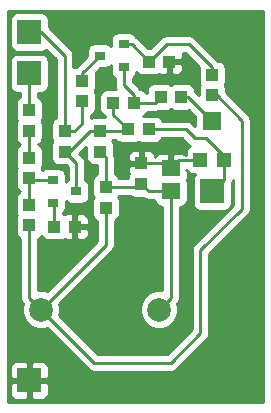
<source format=gbr>
G04 #@! TF.FileFunction,Copper,L1,Top,Signal*
%FSLAX46Y46*%
G04 Gerber Fmt 4.6, Leading zero omitted, Abs format (unit mm)*
G04 Created by KiCad (PCBNEW 4.0.2-4+6225~38~ubuntu14.04.1-stable) date Fri 29 Apr 2016 12:46:25 PM PDT*
%MOMM*%
G01*
G04 APERTURE LIST*
%ADD10C,0.100000*%
%ADD11R,2.032000X2.032000*%
%ADD12R,0.900000X0.800000*%
%ADD13R,1.030000X1.090000*%
%ADD14R,1.090000X1.030000*%
%ADD15R,1.570000X1.360000*%
%ADD16R,1.200000X1.200000*%
%ADD17R,1.600000X1.500000*%
%ADD18C,2.000000*%
%ADD19C,0.600000*%
%ADD20C,0.250000*%
G04 APERTURE END LIST*
D10*
D11*
X131000000Y-101500000D03*
X146500000Y-111500000D03*
X131000000Y-98000000D03*
X131000000Y-127500000D03*
D12*
X133000000Y-110550000D03*
X133000000Y-112450000D03*
X135000000Y-111500000D03*
X139000000Y-100950000D03*
X139000000Y-99050000D03*
X137000000Y-100000000D03*
D13*
X131000000Y-110370000D03*
X131000000Y-108630000D03*
D14*
X141120000Y-106250000D03*
X139380000Y-106250000D03*
D13*
X146500000Y-101630000D03*
X146500000Y-103370000D03*
D14*
X142130000Y-103500000D03*
X143870000Y-103500000D03*
D15*
X143000000Y-111475000D03*
X143000000Y-109525000D03*
D16*
X145500000Y-108800000D03*
D17*
X146500000Y-105550000D03*
D16*
X147500000Y-108800000D03*
D18*
X142000000Y-121500000D03*
X132000000Y-121500000D03*
D14*
X142870000Y-100500000D03*
X141130000Y-100500000D03*
D13*
X135500000Y-102130000D03*
X135500000Y-103870000D03*
D14*
X138130000Y-104000000D03*
X139870000Y-104000000D03*
D13*
X140500000Y-109130000D03*
X140500000Y-110870000D03*
X137500000Y-112870000D03*
X137500000Y-111130000D03*
X137000000Y-108120000D03*
X137000000Y-106380000D03*
D14*
X134870000Y-114500000D03*
X133130000Y-114500000D03*
D13*
X134000000Y-108120000D03*
X134000000Y-106380000D03*
X131000000Y-114370000D03*
X131000000Y-112630000D03*
X131000000Y-104630000D03*
X131000000Y-106370000D03*
D19*
X139000000Y-119500000D03*
X150000000Y-128500000D03*
X143500000Y-105000000D03*
X135000000Y-97000000D03*
X150000000Y-97000000D03*
X137500000Y-102000000D03*
X144500000Y-101000000D03*
X139000000Y-108500000D03*
X143000000Y-107500000D03*
X133500000Y-117500000D03*
X132000000Y-125000000D03*
X130000000Y-125000000D03*
X131000000Y-125000000D03*
D20*
X131000000Y-110370000D02*
X131000000Y-112630000D01*
X133000000Y-110550000D02*
X131180000Y-110550000D01*
X131180000Y-110550000D02*
X131000000Y-110370000D01*
X131000000Y-106370000D02*
X131000000Y-108630000D01*
X142870000Y-100500000D02*
X144000000Y-100500000D01*
X144000000Y-100500000D02*
X144500000Y-101000000D01*
X140500000Y-109130000D02*
X139630000Y-109130000D01*
X139630000Y-109130000D02*
X139000000Y-108500000D01*
X143000000Y-109525000D02*
X143000000Y-107500000D01*
X134870000Y-114500000D02*
X134870000Y-116130000D01*
X134870000Y-116130000D02*
X133500000Y-117500000D01*
X131000000Y-127500000D02*
X131000000Y-126000000D01*
X131000000Y-126000000D02*
X132000000Y-125000000D01*
X131000000Y-126000000D02*
X130000000Y-125000000D01*
X131000000Y-127500000D02*
X131000000Y-125000000D01*
X145500000Y-108800000D02*
X143725000Y-108800000D01*
X143725000Y-108800000D02*
X143000000Y-109525000D01*
X140500000Y-109130000D02*
X142605000Y-109130000D01*
X142605000Y-109130000D02*
X143000000Y-109525000D01*
X143000000Y-111475000D02*
X141105000Y-111475000D01*
X141105000Y-111475000D02*
X140500000Y-110870000D01*
X137500000Y-111130000D02*
X140240000Y-111130000D01*
X140240000Y-111130000D02*
X140500000Y-110870000D01*
X137500000Y-111130000D02*
X137500000Y-108620000D01*
X137500000Y-108620000D02*
X137000000Y-108120000D01*
X143000000Y-111475000D02*
X143000000Y-120500000D01*
X143000000Y-120500000D02*
X142000000Y-121500000D01*
X147500000Y-108800000D02*
X147500000Y-110500000D01*
X147500000Y-110500000D02*
X146500000Y-111500000D01*
X147500000Y-108800000D02*
X147500000Y-108500000D01*
X147500000Y-108500000D02*
X146000000Y-107000000D01*
X146000000Y-107000000D02*
X145000000Y-107000000D01*
X141120000Y-106250000D02*
X144250000Y-106250000D01*
X144250000Y-106250000D02*
X145000000Y-107000000D01*
X146500000Y-101630000D02*
X146500000Y-101000000D01*
X142630000Y-99000000D02*
X141130000Y-100500000D01*
X144500000Y-99000000D02*
X142630000Y-99000000D01*
X146500000Y-101000000D02*
X144500000Y-99000000D01*
X139000000Y-99050000D02*
X139680000Y-99050000D01*
X139680000Y-99050000D02*
X141130000Y-100500000D01*
X146500000Y-103370000D02*
X146870000Y-103370000D01*
X146870000Y-103370000D02*
X149000000Y-105500000D01*
X149000000Y-105500000D02*
X149000000Y-113000000D01*
X149000000Y-113000000D02*
X145500000Y-116500000D01*
X145500000Y-116500000D02*
X145500000Y-123500000D01*
X145500000Y-123500000D02*
X143000000Y-126000000D01*
X143000000Y-126000000D02*
X136500000Y-126000000D01*
X136500000Y-126000000D02*
X132000000Y-121500000D01*
X137500000Y-112870000D02*
X137500000Y-116000000D01*
X137500000Y-116000000D02*
X132000000Y-121500000D01*
X131000000Y-114370000D02*
X131000000Y-120500000D01*
X131000000Y-120500000D02*
X132000000Y-121500000D01*
X139870000Y-104000000D02*
X141630000Y-104000000D01*
X141630000Y-104000000D02*
X142130000Y-103500000D01*
X139000000Y-100950000D02*
X139000000Y-102500000D01*
X139870000Y-103370000D02*
X139870000Y-104000000D01*
X139000000Y-102500000D02*
X139870000Y-103370000D01*
X143870000Y-103500000D02*
X144450000Y-103500000D01*
X144450000Y-103500000D02*
X146500000Y-105550000D01*
X131000000Y-101500000D02*
X131000000Y-104630000D01*
X135500000Y-102130000D02*
X135500000Y-101500000D01*
X135500000Y-101500000D02*
X137000000Y-100000000D01*
X131000000Y-98000000D02*
X132000000Y-98000000D01*
X132000000Y-98000000D02*
X134000000Y-100000000D01*
X134000000Y-100000000D02*
X134000000Y-106380000D01*
X134000000Y-106380000D02*
X134870000Y-106380000D01*
X135500000Y-105750000D02*
X135000000Y-106250000D01*
X135500000Y-105750000D02*
X135500000Y-103870000D01*
X134870000Y-106380000D02*
X135000000Y-106250000D01*
X138130000Y-104000000D02*
X138130000Y-105000000D01*
X138130000Y-105000000D02*
X139380000Y-106250000D01*
X137000000Y-106380000D02*
X139250000Y-106380000D01*
X139250000Y-106380000D02*
X139380000Y-106250000D01*
X134000000Y-108120000D02*
X134380000Y-108120000D01*
X134380000Y-108120000D02*
X136120000Y-106380000D01*
X136120000Y-106380000D02*
X137000000Y-106380000D01*
X135000000Y-111500000D02*
X135000000Y-109120000D01*
X135000000Y-109120000D02*
X134000000Y-108120000D01*
X133130000Y-114500000D02*
X133130000Y-112580000D01*
X133130000Y-112580000D02*
X133000000Y-112450000D01*
G36*
X150800000Y-129300000D02*
X129200000Y-129300000D01*
X129200000Y-127781250D01*
X129359000Y-127781250D01*
X129359000Y-128640320D01*
X129454151Y-128870034D01*
X129629966Y-129045850D01*
X129859680Y-129141000D01*
X130718750Y-129141000D01*
X130875000Y-128984750D01*
X130875000Y-127625000D01*
X131125000Y-127625000D01*
X131125000Y-128984750D01*
X131281250Y-129141000D01*
X132140320Y-129141000D01*
X132370034Y-129045850D01*
X132545849Y-128870034D01*
X132641000Y-128640320D01*
X132641000Y-127781250D01*
X132484750Y-127625000D01*
X131125000Y-127625000D01*
X130875000Y-127625000D01*
X129515250Y-127625000D01*
X129359000Y-127781250D01*
X129200000Y-127781250D01*
X129200000Y-126359680D01*
X129359000Y-126359680D01*
X129359000Y-127218750D01*
X129515250Y-127375000D01*
X130875000Y-127375000D01*
X130875000Y-126015250D01*
X131125000Y-126015250D01*
X131125000Y-127375000D01*
X132484750Y-127375000D01*
X132641000Y-127218750D01*
X132641000Y-126359680D01*
X132545849Y-126129966D01*
X132370034Y-125954150D01*
X132140320Y-125859000D01*
X131281250Y-125859000D01*
X131125000Y-126015250D01*
X130875000Y-126015250D01*
X130718750Y-125859000D01*
X129859680Y-125859000D01*
X129629966Y-125954150D01*
X129454151Y-126129966D01*
X129359000Y-126359680D01*
X129200000Y-126359680D01*
X129200000Y-96984000D01*
X129346756Y-96984000D01*
X129346756Y-99016000D01*
X129390337Y-99247611D01*
X129527219Y-99460332D01*
X129736076Y-99603038D01*
X129984000Y-99653244D01*
X132016000Y-99653244D01*
X132247611Y-99609663D01*
X132430997Y-99491657D01*
X133250000Y-100310660D01*
X133250000Y-105243518D01*
X133040668Y-105378219D01*
X132897962Y-105587076D01*
X132847756Y-105835000D01*
X132847756Y-106925000D01*
X132891337Y-107156611D01*
X132951041Y-107249393D01*
X132897962Y-107327076D01*
X132847756Y-107575000D01*
X132847756Y-108665000D01*
X132891337Y-108896611D01*
X133028219Y-109109332D01*
X133237076Y-109252038D01*
X133485000Y-109302244D01*
X134121584Y-109302244D01*
X134250000Y-109430660D01*
X134250000Y-110550344D01*
X134105668Y-110643219D01*
X134087244Y-110670183D01*
X134087244Y-110150000D01*
X134043663Y-109918389D01*
X133906781Y-109705668D01*
X133697924Y-109562962D01*
X133450000Y-109512756D01*
X132550000Y-109512756D01*
X132318389Y-109556337D01*
X132125095Y-109680718D01*
X132108663Y-109593389D01*
X132048959Y-109500607D01*
X132102038Y-109422924D01*
X132152244Y-109175000D01*
X132152244Y-108085000D01*
X132108663Y-107853389D01*
X131971781Y-107640668D01*
X131763078Y-107498067D01*
X131959332Y-107371781D01*
X132102038Y-107162924D01*
X132152244Y-106915000D01*
X132152244Y-105825000D01*
X132108663Y-105593389D01*
X132048959Y-105500607D01*
X132102038Y-105422924D01*
X132152244Y-105175000D01*
X132152244Y-104085000D01*
X132108663Y-103853389D01*
X131971781Y-103640668D01*
X131762924Y-103497962D01*
X131750000Y-103495345D01*
X131750000Y-103153244D01*
X132016000Y-103153244D01*
X132247611Y-103109663D01*
X132460332Y-102972781D01*
X132603038Y-102763924D01*
X132653244Y-102516000D01*
X132653244Y-100484000D01*
X132609663Y-100252389D01*
X132472781Y-100039668D01*
X132263924Y-99896962D01*
X132016000Y-99846756D01*
X129984000Y-99846756D01*
X129752389Y-99890337D01*
X129539668Y-100027219D01*
X129396962Y-100236076D01*
X129346756Y-100484000D01*
X129346756Y-102516000D01*
X129390337Y-102747611D01*
X129527219Y-102960332D01*
X129736076Y-103103038D01*
X129984000Y-103153244D01*
X130250000Y-103153244D01*
X130250000Y-103493518D01*
X130040668Y-103628219D01*
X129897962Y-103837076D01*
X129847756Y-104085000D01*
X129847756Y-105175000D01*
X129891337Y-105406611D01*
X129951041Y-105499393D01*
X129897962Y-105577076D01*
X129847756Y-105825000D01*
X129847756Y-106915000D01*
X129891337Y-107146611D01*
X130028219Y-107359332D01*
X130236922Y-107501933D01*
X130040668Y-107628219D01*
X129897962Y-107837076D01*
X129847756Y-108085000D01*
X129847756Y-109175000D01*
X129891337Y-109406611D01*
X129951041Y-109499393D01*
X129897962Y-109577076D01*
X129847756Y-109825000D01*
X129847756Y-110915000D01*
X129891337Y-111146611D01*
X130028219Y-111359332D01*
X130236922Y-111501933D01*
X130040668Y-111628219D01*
X129897962Y-111837076D01*
X129847756Y-112085000D01*
X129847756Y-113175000D01*
X129891337Y-113406611D01*
X129951041Y-113499393D01*
X129897962Y-113577076D01*
X129847756Y-113825000D01*
X129847756Y-114915000D01*
X129891337Y-115146611D01*
X130028219Y-115359332D01*
X130237076Y-115502038D01*
X130250000Y-115504655D01*
X130250000Y-120500000D01*
X130307090Y-120787013D01*
X130448596Y-120998790D01*
X130375282Y-121175349D01*
X130374718Y-121821814D01*
X130621588Y-122419286D01*
X131078309Y-122876805D01*
X131675349Y-123124718D01*
X132321814Y-123125282D01*
X132493629Y-123054289D01*
X135969670Y-126530330D01*
X136212987Y-126692910D01*
X136500000Y-126750000D01*
X143000000Y-126750000D01*
X143287013Y-126692910D01*
X143530330Y-126530330D01*
X146030330Y-124030330D01*
X146192910Y-123787013D01*
X146250000Y-123500000D01*
X146250000Y-116810660D01*
X149530330Y-113530330D01*
X149692910Y-113287013D01*
X149750000Y-113000000D01*
X149750000Y-105500000D01*
X149692910Y-105212987D01*
X149530330Y-104969670D01*
X147652244Y-103091584D01*
X147652244Y-102825000D01*
X147608663Y-102593389D01*
X147548959Y-102500607D01*
X147602038Y-102422924D01*
X147652244Y-102175000D01*
X147652244Y-101085000D01*
X147608663Y-100853389D01*
X147471781Y-100640668D01*
X147262924Y-100497962D01*
X147015000Y-100447756D01*
X147008416Y-100447756D01*
X145030330Y-98469670D01*
X144787013Y-98307090D01*
X144500000Y-98250000D01*
X142630000Y-98250000D01*
X142342987Y-98307090D01*
X142099670Y-98469670D01*
X141221584Y-99347756D01*
X141038416Y-99347756D01*
X140210330Y-98519670D01*
X140032281Y-98400701D01*
X139906781Y-98205668D01*
X139697924Y-98062962D01*
X139450000Y-98012756D01*
X138550000Y-98012756D01*
X138318389Y-98056337D01*
X138105668Y-98193219D01*
X137962962Y-98402076D01*
X137912756Y-98650000D01*
X137912756Y-99164953D01*
X137906781Y-99155668D01*
X137697924Y-99012962D01*
X137450000Y-98962756D01*
X136550000Y-98962756D01*
X136318389Y-99006337D01*
X136105668Y-99143219D01*
X135962962Y-99352076D01*
X135912756Y-99600000D01*
X135912756Y-100026584D01*
X134991584Y-100947756D01*
X134985000Y-100947756D01*
X134753389Y-100991337D01*
X134750000Y-100993518D01*
X134750000Y-100000000D01*
X134692910Y-99712987D01*
X134530330Y-99469670D01*
X132653244Y-97592584D01*
X132653244Y-96984000D01*
X132609663Y-96752389D01*
X132472781Y-96539668D01*
X132263924Y-96396962D01*
X132016000Y-96346756D01*
X129984000Y-96346756D01*
X129752389Y-96390337D01*
X129539668Y-96527219D01*
X129396962Y-96736076D01*
X129346756Y-96984000D01*
X129200000Y-96984000D01*
X129200000Y-96200000D01*
X150800000Y-96200000D01*
X150800000Y-129300000D01*
X150800000Y-129300000D01*
G37*
X150800000Y-129300000D02*
X129200000Y-129300000D01*
X129200000Y-127781250D01*
X129359000Y-127781250D01*
X129359000Y-128640320D01*
X129454151Y-128870034D01*
X129629966Y-129045850D01*
X129859680Y-129141000D01*
X130718750Y-129141000D01*
X130875000Y-128984750D01*
X130875000Y-127625000D01*
X131125000Y-127625000D01*
X131125000Y-128984750D01*
X131281250Y-129141000D01*
X132140320Y-129141000D01*
X132370034Y-129045850D01*
X132545849Y-128870034D01*
X132641000Y-128640320D01*
X132641000Y-127781250D01*
X132484750Y-127625000D01*
X131125000Y-127625000D01*
X130875000Y-127625000D01*
X129515250Y-127625000D01*
X129359000Y-127781250D01*
X129200000Y-127781250D01*
X129200000Y-126359680D01*
X129359000Y-126359680D01*
X129359000Y-127218750D01*
X129515250Y-127375000D01*
X130875000Y-127375000D01*
X130875000Y-126015250D01*
X131125000Y-126015250D01*
X131125000Y-127375000D01*
X132484750Y-127375000D01*
X132641000Y-127218750D01*
X132641000Y-126359680D01*
X132545849Y-126129966D01*
X132370034Y-125954150D01*
X132140320Y-125859000D01*
X131281250Y-125859000D01*
X131125000Y-126015250D01*
X130875000Y-126015250D01*
X130718750Y-125859000D01*
X129859680Y-125859000D01*
X129629966Y-125954150D01*
X129454151Y-126129966D01*
X129359000Y-126359680D01*
X129200000Y-126359680D01*
X129200000Y-96984000D01*
X129346756Y-96984000D01*
X129346756Y-99016000D01*
X129390337Y-99247611D01*
X129527219Y-99460332D01*
X129736076Y-99603038D01*
X129984000Y-99653244D01*
X132016000Y-99653244D01*
X132247611Y-99609663D01*
X132430997Y-99491657D01*
X133250000Y-100310660D01*
X133250000Y-105243518D01*
X133040668Y-105378219D01*
X132897962Y-105587076D01*
X132847756Y-105835000D01*
X132847756Y-106925000D01*
X132891337Y-107156611D01*
X132951041Y-107249393D01*
X132897962Y-107327076D01*
X132847756Y-107575000D01*
X132847756Y-108665000D01*
X132891337Y-108896611D01*
X133028219Y-109109332D01*
X133237076Y-109252038D01*
X133485000Y-109302244D01*
X134121584Y-109302244D01*
X134250000Y-109430660D01*
X134250000Y-110550344D01*
X134105668Y-110643219D01*
X134087244Y-110670183D01*
X134087244Y-110150000D01*
X134043663Y-109918389D01*
X133906781Y-109705668D01*
X133697924Y-109562962D01*
X133450000Y-109512756D01*
X132550000Y-109512756D01*
X132318389Y-109556337D01*
X132125095Y-109680718D01*
X132108663Y-109593389D01*
X132048959Y-109500607D01*
X132102038Y-109422924D01*
X132152244Y-109175000D01*
X132152244Y-108085000D01*
X132108663Y-107853389D01*
X131971781Y-107640668D01*
X131763078Y-107498067D01*
X131959332Y-107371781D01*
X132102038Y-107162924D01*
X132152244Y-106915000D01*
X132152244Y-105825000D01*
X132108663Y-105593389D01*
X132048959Y-105500607D01*
X132102038Y-105422924D01*
X132152244Y-105175000D01*
X132152244Y-104085000D01*
X132108663Y-103853389D01*
X131971781Y-103640668D01*
X131762924Y-103497962D01*
X131750000Y-103495345D01*
X131750000Y-103153244D01*
X132016000Y-103153244D01*
X132247611Y-103109663D01*
X132460332Y-102972781D01*
X132603038Y-102763924D01*
X132653244Y-102516000D01*
X132653244Y-100484000D01*
X132609663Y-100252389D01*
X132472781Y-100039668D01*
X132263924Y-99896962D01*
X132016000Y-99846756D01*
X129984000Y-99846756D01*
X129752389Y-99890337D01*
X129539668Y-100027219D01*
X129396962Y-100236076D01*
X129346756Y-100484000D01*
X129346756Y-102516000D01*
X129390337Y-102747611D01*
X129527219Y-102960332D01*
X129736076Y-103103038D01*
X129984000Y-103153244D01*
X130250000Y-103153244D01*
X130250000Y-103493518D01*
X130040668Y-103628219D01*
X129897962Y-103837076D01*
X129847756Y-104085000D01*
X129847756Y-105175000D01*
X129891337Y-105406611D01*
X129951041Y-105499393D01*
X129897962Y-105577076D01*
X129847756Y-105825000D01*
X129847756Y-106915000D01*
X129891337Y-107146611D01*
X130028219Y-107359332D01*
X130236922Y-107501933D01*
X130040668Y-107628219D01*
X129897962Y-107837076D01*
X129847756Y-108085000D01*
X129847756Y-109175000D01*
X129891337Y-109406611D01*
X129951041Y-109499393D01*
X129897962Y-109577076D01*
X129847756Y-109825000D01*
X129847756Y-110915000D01*
X129891337Y-111146611D01*
X130028219Y-111359332D01*
X130236922Y-111501933D01*
X130040668Y-111628219D01*
X129897962Y-111837076D01*
X129847756Y-112085000D01*
X129847756Y-113175000D01*
X129891337Y-113406611D01*
X129951041Y-113499393D01*
X129897962Y-113577076D01*
X129847756Y-113825000D01*
X129847756Y-114915000D01*
X129891337Y-115146611D01*
X130028219Y-115359332D01*
X130237076Y-115502038D01*
X130250000Y-115504655D01*
X130250000Y-120500000D01*
X130307090Y-120787013D01*
X130448596Y-120998790D01*
X130375282Y-121175349D01*
X130374718Y-121821814D01*
X130621588Y-122419286D01*
X131078309Y-122876805D01*
X131675349Y-123124718D01*
X132321814Y-123125282D01*
X132493629Y-123054289D01*
X135969670Y-126530330D01*
X136212987Y-126692910D01*
X136500000Y-126750000D01*
X143000000Y-126750000D01*
X143287013Y-126692910D01*
X143530330Y-126530330D01*
X146030330Y-124030330D01*
X146192910Y-123787013D01*
X146250000Y-123500000D01*
X146250000Y-116810660D01*
X149530330Y-113530330D01*
X149692910Y-113287013D01*
X149750000Y-113000000D01*
X149750000Y-105500000D01*
X149692910Y-105212987D01*
X149530330Y-104969670D01*
X147652244Y-103091584D01*
X147652244Y-102825000D01*
X147608663Y-102593389D01*
X147548959Y-102500607D01*
X147602038Y-102422924D01*
X147652244Y-102175000D01*
X147652244Y-101085000D01*
X147608663Y-100853389D01*
X147471781Y-100640668D01*
X147262924Y-100497962D01*
X147015000Y-100447756D01*
X147008416Y-100447756D01*
X145030330Y-98469670D01*
X144787013Y-98307090D01*
X144500000Y-98250000D01*
X142630000Y-98250000D01*
X142342987Y-98307090D01*
X142099670Y-98469670D01*
X141221584Y-99347756D01*
X141038416Y-99347756D01*
X140210330Y-98519670D01*
X140032281Y-98400701D01*
X139906781Y-98205668D01*
X139697924Y-98062962D01*
X139450000Y-98012756D01*
X138550000Y-98012756D01*
X138318389Y-98056337D01*
X138105668Y-98193219D01*
X137962962Y-98402076D01*
X137912756Y-98650000D01*
X137912756Y-99164953D01*
X137906781Y-99155668D01*
X137697924Y-99012962D01*
X137450000Y-98962756D01*
X136550000Y-98962756D01*
X136318389Y-99006337D01*
X136105668Y-99143219D01*
X135962962Y-99352076D01*
X135912756Y-99600000D01*
X135912756Y-100026584D01*
X134991584Y-100947756D01*
X134985000Y-100947756D01*
X134753389Y-100991337D01*
X134750000Y-100993518D01*
X134750000Y-100000000D01*
X134692910Y-99712987D01*
X134530330Y-99469670D01*
X132653244Y-97592584D01*
X132653244Y-96984000D01*
X132609663Y-96752389D01*
X132472781Y-96539668D01*
X132263924Y-96396962D01*
X132016000Y-96346756D01*
X129984000Y-96346756D01*
X129752389Y-96390337D01*
X129539668Y-96527219D01*
X129396962Y-96736076D01*
X129346756Y-96984000D01*
X129200000Y-96984000D01*
X129200000Y-96200000D01*
X150800000Y-96200000D01*
X150800000Y-129300000D01*
G36*
X144370151Y-109754034D02*
X144545966Y-109929850D01*
X144775680Y-110025000D01*
X145043116Y-110025000D01*
X145039668Y-110027219D01*
X144896962Y-110236076D01*
X144846756Y-110484000D01*
X144846756Y-112516000D01*
X144890337Y-112747611D01*
X145027219Y-112960332D01*
X145236076Y-113103038D01*
X145484000Y-113153244D01*
X147516000Y-113153244D01*
X147747611Y-113109663D01*
X147960332Y-112972781D01*
X148103038Y-112763924D01*
X148153244Y-112516000D01*
X148153244Y-110846377D01*
X148192911Y-110787012D01*
X148250000Y-110500000D01*
X148250000Y-112689340D01*
X144969670Y-115969670D01*
X144807090Y-116212987D01*
X144750000Y-116500000D01*
X144750000Y-123189340D01*
X142689340Y-125250000D01*
X136810660Y-125250000D01*
X133554475Y-121993815D01*
X133624718Y-121824651D01*
X133625282Y-121178186D01*
X133554289Y-121006371D01*
X138030330Y-116530330D01*
X138050596Y-116500000D01*
X138192910Y-116287013D01*
X138250000Y-116000000D01*
X138250000Y-114006482D01*
X138459332Y-113871781D01*
X138602038Y-113662924D01*
X138652244Y-113415000D01*
X138652244Y-112325000D01*
X138608663Y-112093389D01*
X138548959Y-112000607D01*
X138602038Y-111922924D01*
X138610730Y-111880000D01*
X139558468Y-111880000D01*
X139737076Y-112002038D01*
X139985000Y-112052244D01*
X140644881Y-112052244D01*
X140817987Y-112167910D01*
X141105000Y-112225000D01*
X141590928Y-112225000D01*
X141621337Y-112386611D01*
X141758219Y-112599332D01*
X141967076Y-112742038D01*
X142215000Y-112792244D01*
X142250000Y-112792244D01*
X142250000Y-119875217D01*
X141678186Y-119874718D01*
X141080714Y-120121588D01*
X140623195Y-120578309D01*
X140375282Y-121175349D01*
X140374718Y-121821814D01*
X140621588Y-122419286D01*
X141078309Y-122876805D01*
X141675349Y-123124718D01*
X142321814Y-123125282D01*
X142919286Y-122878412D01*
X143376805Y-122421691D01*
X143624718Y-121824651D01*
X143625282Y-121178186D01*
X143551252Y-120999019D01*
X143692911Y-120787012D01*
X143750000Y-120500000D01*
X143750000Y-112792244D01*
X143785000Y-112792244D01*
X144016611Y-112748663D01*
X144229332Y-112611781D01*
X144372038Y-112402924D01*
X144422244Y-112155000D01*
X144422244Y-110795000D01*
X144378663Y-110563389D01*
X144338743Y-110501351D01*
X144410000Y-110329320D01*
X144410000Y-109806250D01*
X144253752Y-109650002D01*
X144327059Y-109650002D01*
X144370151Y-109754034D01*
X144370151Y-109754034D01*
G37*
X144370151Y-109754034D02*
X144545966Y-109929850D01*
X144775680Y-110025000D01*
X145043116Y-110025000D01*
X145039668Y-110027219D01*
X144896962Y-110236076D01*
X144846756Y-110484000D01*
X144846756Y-112516000D01*
X144890337Y-112747611D01*
X145027219Y-112960332D01*
X145236076Y-113103038D01*
X145484000Y-113153244D01*
X147516000Y-113153244D01*
X147747611Y-113109663D01*
X147960332Y-112972781D01*
X148103038Y-112763924D01*
X148153244Y-112516000D01*
X148153244Y-110846377D01*
X148192911Y-110787012D01*
X148250000Y-110500000D01*
X148250000Y-112689340D01*
X144969670Y-115969670D01*
X144807090Y-116212987D01*
X144750000Y-116500000D01*
X144750000Y-123189340D01*
X142689340Y-125250000D01*
X136810660Y-125250000D01*
X133554475Y-121993815D01*
X133624718Y-121824651D01*
X133625282Y-121178186D01*
X133554289Y-121006371D01*
X138030330Y-116530330D01*
X138050596Y-116500000D01*
X138192910Y-116287013D01*
X138250000Y-116000000D01*
X138250000Y-114006482D01*
X138459332Y-113871781D01*
X138602038Y-113662924D01*
X138652244Y-113415000D01*
X138652244Y-112325000D01*
X138608663Y-112093389D01*
X138548959Y-112000607D01*
X138602038Y-111922924D01*
X138610730Y-111880000D01*
X139558468Y-111880000D01*
X139737076Y-112002038D01*
X139985000Y-112052244D01*
X140644881Y-112052244D01*
X140817987Y-112167910D01*
X141105000Y-112225000D01*
X141590928Y-112225000D01*
X141621337Y-112386611D01*
X141758219Y-112599332D01*
X141967076Y-112742038D01*
X142215000Y-112792244D01*
X142250000Y-112792244D01*
X142250000Y-119875217D01*
X141678186Y-119874718D01*
X141080714Y-120121588D01*
X140623195Y-120578309D01*
X140375282Y-121175349D01*
X140374718Y-121821814D01*
X140621588Y-122419286D01*
X141078309Y-122876805D01*
X141675349Y-123124718D01*
X142321814Y-123125282D01*
X142919286Y-122878412D01*
X143376805Y-122421691D01*
X143624718Y-121824651D01*
X143625282Y-121178186D01*
X143551252Y-120999019D01*
X143692911Y-120787012D01*
X143750000Y-120500000D01*
X143750000Y-112792244D01*
X143785000Y-112792244D01*
X144016611Y-112748663D01*
X144229332Y-112611781D01*
X144372038Y-112402924D01*
X144422244Y-112155000D01*
X144422244Y-110795000D01*
X144378663Y-110563389D01*
X144338743Y-110501351D01*
X144410000Y-110329320D01*
X144410000Y-109806250D01*
X144253752Y-109650002D01*
X144327059Y-109650002D01*
X144370151Y-109754034D01*
G36*
X135847756Y-108665000D02*
X135891337Y-108896611D01*
X136028219Y-109109332D01*
X136237076Y-109252038D01*
X136485000Y-109302244D01*
X136750000Y-109302244D01*
X136750000Y-109993518D01*
X136540668Y-110128219D01*
X136397962Y-110337076D01*
X136347756Y-110585000D01*
X136347756Y-111675000D01*
X136391337Y-111906611D01*
X136451041Y-111999393D01*
X136397962Y-112077076D01*
X136347756Y-112325000D01*
X136347756Y-113415000D01*
X136391337Y-113646611D01*
X136528219Y-113859332D01*
X136737076Y-114002038D01*
X136750000Y-114004655D01*
X136750000Y-115689340D01*
X132493815Y-119945525D01*
X132324651Y-119875282D01*
X131750000Y-119874781D01*
X131750000Y-115506482D01*
X131959332Y-115371781D01*
X132017294Y-115286950D01*
X132128219Y-115459332D01*
X132337076Y-115602038D01*
X132585000Y-115652244D01*
X133675000Y-115652244D01*
X133906611Y-115608663D01*
X133992146Y-115553623D01*
X134200680Y-115640000D01*
X134588750Y-115640000D01*
X134745000Y-115483750D01*
X134745000Y-114625000D01*
X134995000Y-114625000D01*
X134995000Y-115483750D01*
X135151250Y-115640000D01*
X135539320Y-115640000D01*
X135769034Y-115544850D01*
X135944849Y-115369034D01*
X136040000Y-115139320D01*
X136040000Y-114781250D01*
X135883750Y-114625000D01*
X134995000Y-114625000D01*
X134745000Y-114625000D01*
X134725000Y-114625000D01*
X134725000Y-114375000D01*
X134745000Y-114375000D01*
X134745000Y-113516250D01*
X134995000Y-113516250D01*
X134995000Y-114375000D01*
X135883750Y-114375000D01*
X136040000Y-114218750D01*
X136040000Y-113860680D01*
X135944849Y-113630966D01*
X135769034Y-113455150D01*
X135539320Y-113360000D01*
X135151250Y-113360000D01*
X134995000Y-113516250D01*
X134745000Y-113516250D01*
X134588750Y-113360000D01*
X134200680Y-113360000D01*
X133993164Y-113445955D01*
X133922924Y-113397962D01*
X133880000Y-113389270D01*
X133880000Y-113316003D01*
X133894332Y-113306781D01*
X134037038Y-113097924D01*
X134087244Y-112850000D01*
X134087244Y-112335047D01*
X134093219Y-112344332D01*
X134302076Y-112487038D01*
X134550000Y-112537244D01*
X135450000Y-112537244D01*
X135681611Y-112493663D01*
X135894332Y-112356781D01*
X136037038Y-112147924D01*
X136087244Y-111900000D01*
X136087244Y-111100000D01*
X136043663Y-110868389D01*
X135906781Y-110655668D01*
X135750000Y-110548544D01*
X135750000Y-109120000D01*
X135732164Y-109030330D01*
X135692911Y-108832988D01*
X135530330Y-108589670D01*
X135250660Y-108310000D01*
X135847756Y-107712904D01*
X135847756Y-108665000D01*
X135847756Y-108665000D01*
G37*
X135847756Y-108665000D02*
X135891337Y-108896611D01*
X136028219Y-109109332D01*
X136237076Y-109252038D01*
X136485000Y-109302244D01*
X136750000Y-109302244D01*
X136750000Y-109993518D01*
X136540668Y-110128219D01*
X136397962Y-110337076D01*
X136347756Y-110585000D01*
X136347756Y-111675000D01*
X136391337Y-111906611D01*
X136451041Y-111999393D01*
X136397962Y-112077076D01*
X136347756Y-112325000D01*
X136347756Y-113415000D01*
X136391337Y-113646611D01*
X136528219Y-113859332D01*
X136737076Y-114002038D01*
X136750000Y-114004655D01*
X136750000Y-115689340D01*
X132493815Y-119945525D01*
X132324651Y-119875282D01*
X131750000Y-119874781D01*
X131750000Y-115506482D01*
X131959332Y-115371781D01*
X132017294Y-115286950D01*
X132128219Y-115459332D01*
X132337076Y-115602038D01*
X132585000Y-115652244D01*
X133675000Y-115652244D01*
X133906611Y-115608663D01*
X133992146Y-115553623D01*
X134200680Y-115640000D01*
X134588750Y-115640000D01*
X134745000Y-115483750D01*
X134745000Y-114625000D01*
X134995000Y-114625000D01*
X134995000Y-115483750D01*
X135151250Y-115640000D01*
X135539320Y-115640000D01*
X135769034Y-115544850D01*
X135944849Y-115369034D01*
X136040000Y-115139320D01*
X136040000Y-114781250D01*
X135883750Y-114625000D01*
X134995000Y-114625000D01*
X134745000Y-114625000D01*
X134725000Y-114625000D01*
X134725000Y-114375000D01*
X134745000Y-114375000D01*
X134745000Y-113516250D01*
X134995000Y-113516250D01*
X134995000Y-114375000D01*
X135883750Y-114375000D01*
X136040000Y-114218750D01*
X136040000Y-113860680D01*
X135944849Y-113630966D01*
X135769034Y-113455150D01*
X135539320Y-113360000D01*
X135151250Y-113360000D01*
X134995000Y-113516250D01*
X134745000Y-113516250D01*
X134588750Y-113360000D01*
X134200680Y-113360000D01*
X133993164Y-113445955D01*
X133922924Y-113397962D01*
X133880000Y-113389270D01*
X133880000Y-113316003D01*
X133894332Y-113306781D01*
X134037038Y-113097924D01*
X134087244Y-112850000D01*
X134087244Y-112335047D01*
X134093219Y-112344332D01*
X134302076Y-112487038D01*
X134550000Y-112537244D01*
X135450000Y-112537244D01*
X135681611Y-112493663D01*
X135894332Y-112356781D01*
X136037038Y-112147924D01*
X136087244Y-111900000D01*
X136087244Y-111100000D01*
X136043663Y-110868389D01*
X135906781Y-110655668D01*
X135750000Y-110548544D01*
X135750000Y-109120000D01*
X135732164Y-109030330D01*
X135692911Y-108832988D01*
X135530330Y-108589670D01*
X135250660Y-108310000D01*
X135847756Y-107712904D01*
X135847756Y-108665000D01*
G36*
X144469670Y-107530330D02*
X144628044Y-107636152D01*
X144545966Y-107670150D01*
X144370151Y-107845966D01*
X144275000Y-108075680D01*
X144275000Y-108451116D01*
X144139034Y-108315151D01*
X143909320Y-108220000D01*
X143281250Y-108220000D01*
X143125000Y-108376250D01*
X143125000Y-109400000D01*
X143145000Y-109400000D01*
X143145000Y-109650000D01*
X143125000Y-109650000D01*
X143125000Y-109670000D01*
X142875000Y-109670000D01*
X142875000Y-109650000D01*
X142855000Y-109650000D01*
X142855000Y-109400000D01*
X142875000Y-109400000D01*
X142875000Y-108376250D01*
X142718750Y-108220000D01*
X142090680Y-108220000D01*
X141860966Y-108315151D01*
X141685150Y-108490966D01*
X141640000Y-108599968D01*
X141640000Y-108460680D01*
X141544850Y-108230966D01*
X141369034Y-108055151D01*
X141139320Y-107960000D01*
X140781250Y-107960000D01*
X140625000Y-108116250D01*
X140625000Y-109005000D01*
X140645000Y-109005000D01*
X140645000Y-109255000D01*
X140625000Y-109255000D01*
X140625000Y-109275000D01*
X140375000Y-109275000D01*
X140375000Y-109255000D01*
X139516250Y-109255000D01*
X139360000Y-109411250D01*
X139360000Y-109799320D01*
X139445955Y-110006836D01*
X139397962Y-110077076D01*
X139347756Y-110325000D01*
X139347756Y-110380000D01*
X138613670Y-110380000D01*
X138608663Y-110353389D01*
X138471781Y-110140668D01*
X138262924Y-109997962D01*
X138250000Y-109995345D01*
X138250000Y-108620000D01*
X138218310Y-108460680D01*
X139360000Y-108460680D01*
X139360000Y-108848750D01*
X139516250Y-109005000D01*
X140375000Y-109005000D01*
X140375000Y-108116250D01*
X140218750Y-107960000D01*
X139860680Y-107960000D01*
X139630966Y-108055151D01*
X139455150Y-108230966D01*
X139360000Y-108460680D01*
X138218310Y-108460680D01*
X138192910Y-108332987D01*
X138152244Y-108272126D01*
X138152244Y-107575000D01*
X138108663Y-107343389D01*
X138048959Y-107250607D01*
X138102038Y-107172924D01*
X138110730Y-107130000D01*
X138327170Y-107130000D01*
X138378219Y-107209332D01*
X138587076Y-107352038D01*
X138835000Y-107402244D01*
X139925000Y-107402244D01*
X140156611Y-107358663D01*
X140249393Y-107298959D01*
X140327076Y-107352038D01*
X140575000Y-107402244D01*
X141665000Y-107402244D01*
X141896611Y-107358663D01*
X142109332Y-107221781D01*
X142252038Y-107012924D01*
X142254655Y-107000000D01*
X143939340Y-107000000D01*
X144469670Y-107530330D01*
X144469670Y-107530330D01*
G37*
X144469670Y-107530330D02*
X144628044Y-107636152D01*
X144545966Y-107670150D01*
X144370151Y-107845966D01*
X144275000Y-108075680D01*
X144275000Y-108451116D01*
X144139034Y-108315151D01*
X143909320Y-108220000D01*
X143281250Y-108220000D01*
X143125000Y-108376250D01*
X143125000Y-109400000D01*
X143145000Y-109400000D01*
X143145000Y-109650000D01*
X143125000Y-109650000D01*
X143125000Y-109670000D01*
X142875000Y-109670000D01*
X142875000Y-109650000D01*
X142855000Y-109650000D01*
X142855000Y-109400000D01*
X142875000Y-109400000D01*
X142875000Y-108376250D01*
X142718750Y-108220000D01*
X142090680Y-108220000D01*
X141860966Y-108315151D01*
X141685150Y-108490966D01*
X141640000Y-108599968D01*
X141640000Y-108460680D01*
X141544850Y-108230966D01*
X141369034Y-108055151D01*
X141139320Y-107960000D01*
X140781250Y-107960000D01*
X140625000Y-108116250D01*
X140625000Y-109005000D01*
X140645000Y-109005000D01*
X140645000Y-109255000D01*
X140625000Y-109255000D01*
X140625000Y-109275000D01*
X140375000Y-109275000D01*
X140375000Y-109255000D01*
X139516250Y-109255000D01*
X139360000Y-109411250D01*
X139360000Y-109799320D01*
X139445955Y-110006836D01*
X139397962Y-110077076D01*
X139347756Y-110325000D01*
X139347756Y-110380000D01*
X138613670Y-110380000D01*
X138608663Y-110353389D01*
X138471781Y-110140668D01*
X138262924Y-109997962D01*
X138250000Y-109995345D01*
X138250000Y-108620000D01*
X138218310Y-108460680D01*
X139360000Y-108460680D01*
X139360000Y-108848750D01*
X139516250Y-109005000D01*
X140375000Y-109005000D01*
X140375000Y-108116250D01*
X140218750Y-107960000D01*
X139860680Y-107960000D01*
X139630966Y-108055151D01*
X139455150Y-108230966D01*
X139360000Y-108460680D01*
X138218310Y-108460680D01*
X138192910Y-108332987D01*
X138152244Y-108272126D01*
X138152244Y-107575000D01*
X138108663Y-107343389D01*
X138048959Y-107250607D01*
X138102038Y-107172924D01*
X138110730Y-107130000D01*
X138327170Y-107130000D01*
X138378219Y-107209332D01*
X138587076Y-107352038D01*
X138835000Y-107402244D01*
X139925000Y-107402244D01*
X140156611Y-107358663D01*
X140249393Y-107298959D01*
X140327076Y-107352038D01*
X140575000Y-107402244D01*
X141665000Y-107402244D01*
X141896611Y-107358663D01*
X142109332Y-107221781D01*
X142252038Y-107012924D01*
X142254655Y-107000000D01*
X143939340Y-107000000D01*
X144469670Y-107530330D01*
G36*
X145625000Y-108675000D02*
X145645000Y-108675000D01*
X145645000Y-108925000D01*
X145625000Y-108925000D01*
X145625000Y-108945000D01*
X145375000Y-108945000D01*
X145375000Y-108925000D01*
X145355000Y-108925000D01*
X145355000Y-108675000D01*
X145375000Y-108675000D01*
X145375000Y-108655000D01*
X145625000Y-108655000D01*
X145625000Y-108675000D01*
X145625000Y-108675000D01*
G37*
X145625000Y-108675000D02*
X145645000Y-108675000D01*
X145645000Y-108925000D01*
X145625000Y-108925000D01*
X145625000Y-108945000D01*
X145375000Y-108945000D01*
X145375000Y-108925000D01*
X145355000Y-108925000D01*
X145355000Y-108675000D01*
X145375000Y-108675000D01*
X145375000Y-108655000D01*
X145625000Y-108655000D01*
X145625000Y-108675000D01*
G36*
X143077076Y-104602038D02*
X143325000Y-104652244D01*
X144415000Y-104652244D01*
X144521537Y-104632197D01*
X145062756Y-105173416D01*
X145062756Y-106002096D01*
X144780330Y-105719670D01*
X144537013Y-105557090D01*
X144250000Y-105500000D01*
X142256482Y-105500000D01*
X142121781Y-105290668D01*
X141912924Y-105147962D01*
X141665000Y-105097756D01*
X140663561Y-105097756D01*
X140859332Y-104971781D01*
X141002038Y-104762924D01*
X141004655Y-104750000D01*
X141630000Y-104750000D01*
X141917013Y-104692910D01*
X141977874Y-104652244D01*
X142675000Y-104652244D01*
X142906611Y-104608663D01*
X142999393Y-104548959D01*
X143077076Y-104602038D01*
X143077076Y-104602038D01*
G37*
X143077076Y-104602038D02*
X143325000Y-104652244D01*
X144415000Y-104652244D01*
X144521537Y-104632197D01*
X145062756Y-105173416D01*
X145062756Y-106002096D01*
X144780330Y-105719670D01*
X144537013Y-105557090D01*
X144250000Y-105500000D01*
X142256482Y-105500000D01*
X142121781Y-105290668D01*
X141912924Y-105147962D01*
X141665000Y-105097756D01*
X140663561Y-105097756D01*
X140859332Y-104971781D01*
X141002038Y-104762924D01*
X141004655Y-104750000D01*
X141630000Y-104750000D01*
X141917013Y-104692910D01*
X141977874Y-104652244D01*
X142675000Y-104652244D01*
X142906611Y-104608663D01*
X142999393Y-104548959D01*
X143077076Y-104602038D01*
G36*
X137912756Y-101350000D02*
X137956337Y-101581611D01*
X138093219Y-101794332D01*
X138250000Y-101901456D01*
X138250000Y-102500000D01*
X138307090Y-102787013D01*
X138347677Y-102847756D01*
X137585000Y-102847756D01*
X137353389Y-102891337D01*
X137140668Y-103028219D01*
X136997962Y-103237076D01*
X136947756Y-103485000D01*
X136947756Y-104515000D01*
X136991337Y-104746611D01*
X137128219Y-104959332D01*
X137337076Y-105102038D01*
X137402950Y-105115378D01*
X137419336Y-105197756D01*
X136485000Y-105197756D01*
X136253389Y-105241337D01*
X136250000Y-105243518D01*
X136250000Y-105006482D01*
X136459332Y-104871781D01*
X136602038Y-104662924D01*
X136652244Y-104415000D01*
X136652244Y-103325000D01*
X136608663Y-103093389D01*
X136548959Y-103000607D01*
X136602038Y-102922924D01*
X136652244Y-102675000D01*
X136652244Y-101585000D01*
X136624279Y-101436381D01*
X137023416Y-101037244D01*
X137450000Y-101037244D01*
X137681611Y-100993663D01*
X137894332Y-100856781D01*
X137912756Y-100829817D01*
X137912756Y-101350000D01*
X137912756Y-101350000D01*
G37*
X137912756Y-101350000D02*
X137956337Y-101581611D01*
X138093219Y-101794332D01*
X138250000Y-101901456D01*
X138250000Y-102500000D01*
X138307090Y-102787013D01*
X138347677Y-102847756D01*
X137585000Y-102847756D01*
X137353389Y-102891337D01*
X137140668Y-103028219D01*
X136997962Y-103237076D01*
X136947756Y-103485000D01*
X136947756Y-104515000D01*
X136991337Y-104746611D01*
X137128219Y-104959332D01*
X137337076Y-105102038D01*
X137402950Y-105115378D01*
X137419336Y-105197756D01*
X136485000Y-105197756D01*
X136253389Y-105241337D01*
X136250000Y-105243518D01*
X136250000Y-105006482D01*
X136459332Y-104871781D01*
X136602038Y-104662924D01*
X136652244Y-104415000D01*
X136652244Y-103325000D01*
X136608663Y-103093389D01*
X136548959Y-103000607D01*
X136602038Y-102922924D01*
X136652244Y-102675000D01*
X136652244Y-101585000D01*
X136624279Y-101436381D01*
X137023416Y-101037244D01*
X137450000Y-101037244D01*
X137681611Y-100993663D01*
X137894332Y-100856781D01*
X137912756Y-100829817D01*
X137912756Y-101350000D01*
G36*
X145377493Y-100938153D02*
X145347756Y-101085000D01*
X145347756Y-102175000D01*
X145391337Y-102406611D01*
X145451041Y-102499393D01*
X145397962Y-102577076D01*
X145347756Y-102825000D01*
X145347756Y-103337096D01*
X145052244Y-103041584D01*
X145052244Y-102985000D01*
X145008663Y-102753389D01*
X144871781Y-102540668D01*
X144662924Y-102397962D01*
X144415000Y-102347756D01*
X143325000Y-102347756D01*
X143093389Y-102391337D01*
X143000607Y-102451041D01*
X142922924Y-102397962D01*
X142675000Y-102347756D01*
X141585000Y-102347756D01*
X141353389Y-102391337D01*
X141140668Y-102528219D01*
X140997962Y-102737076D01*
X140947756Y-102985000D01*
X140947756Y-103158737D01*
X140871781Y-103040668D01*
X140662924Y-102897962D01*
X140415000Y-102847756D01*
X140405733Y-102847756D01*
X140400330Y-102839670D01*
X139750000Y-102189340D01*
X139750000Y-101899656D01*
X139894332Y-101806781D01*
X140037038Y-101597924D01*
X140080212Y-101384726D01*
X140128219Y-101459332D01*
X140337076Y-101602038D01*
X140585000Y-101652244D01*
X141675000Y-101652244D01*
X141906611Y-101608663D01*
X141992146Y-101553623D01*
X142200680Y-101640000D01*
X142588750Y-101640000D01*
X142745000Y-101483750D01*
X142745000Y-100625000D01*
X142995000Y-100625000D01*
X142995000Y-101483750D01*
X143151250Y-101640000D01*
X143539320Y-101640000D01*
X143769034Y-101544850D01*
X143944849Y-101369034D01*
X144040000Y-101139320D01*
X144040000Y-100781250D01*
X143883750Y-100625000D01*
X142995000Y-100625000D01*
X142745000Y-100625000D01*
X142725000Y-100625000D01*
X142725000Y-100375000D01*
X142745000Y-100375000D01*
X142745000Y-100355000D01*
X142995000Y-100355000D01*
X142995000Y-100375000D01*
X143883750Y-100375000D01*
X144040000Y-100218750D01*
X144040000Y-99860680D01*
X143994155Y-99750000D01*
X144189340Y-99750000D01*
X145377493Y-100938153D01*
X145377493Y-100938153D01*
G37*
X145377493Y-100938153D02*
X145347756Y-101085000D01*
X145347756Y-102175000D01*
X145391337Y-102406611D01*
X145451041Y-102499393D01*
X145397962Y-102577076D01*
X145347756Y-102825000D01*
X145347756Y-103337096D01*
X145052244Y-103041584D01*
X145052244Y-102985000D01*
X145008663Y-102753389D01*
X144871781Y-102540668D01*
X144662924Y-102397962D01*
X144415000Y-102347756D01*
X143325000Y-102347756D01*
X143093389Y-102391337D01*
X143000607Y-102451041D01*
X142922924Y-102397962D01*
X142675000Y-102347756D01*
X141585000Y-102347756D01*
X141353389Y-102391337D01*
X141140668Y-102528219D01*
X140997962Y-102737076D01*
X140947756Y-102985000D01*
X140947756Y-103158737D01*
X140871781Y-103040668D01*
X140662924Y-102897962D01*
X140415000Y-102847756D01*
X140405733Y-102847756D01*
X140400330Y-102839670D01*
X139750000Y-102189340D01*
X139750000Y-101899656D01*
X139894332Y-101806781D01*
X140037038Y-101597924D01*
X140080212Y-101384726D01*
X140128219Y-101459332D01*
X140337076Y-101602038D01*
X140585000Y-101652244D01*
X141675000Y-101652244D01*
X141906611Y-101608663D01*
X141992146Y-101553623D01*
X142200680Y-101640000D01*
X142588750Y-101640000D01*
X142745000Y-101483750D01*
X142745000Y-100625000D01*
X142995000Y-100625000D01*
X142995000Y-101483750D01*
X143151250Y-101640000D01*
X143539320Y-101640000D01*
X143769034Y-101544850D01*
X143944849Y-101369034D01*
X144040000Y-101139320D01*
X144040000Y-100781250D01*
X143883750Y-100625000D01*
X142995000Y-100625000D01*
X142745000Y-100625000D01*
X142725000Y-100625000D01*
X142725000Y-100375000D01*
X142745000Y-100375000D01*
X142745000Y-100355000D01*
X142995000Y-100355000D01*
X142995000Y-100375000D01*
X143883750Y-100375000D01*
X144040000Y-100218750D01*
X144040000Y-99860680D01*
X143994155Y-99750000D01*
X144189340Y-99750000D01*
X145377493Y-100938153D01*
M02*

</source>
